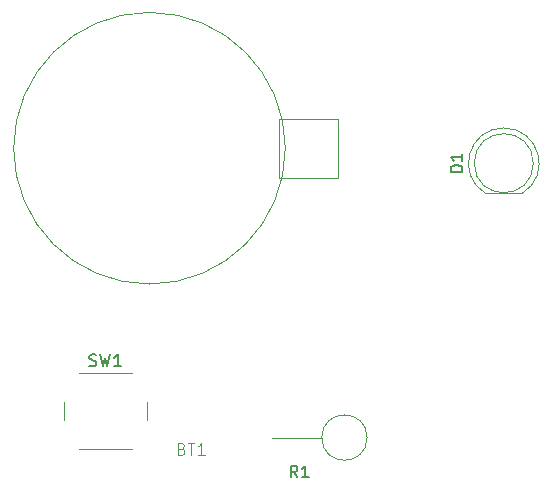
<source format=gbr>
%TF.GenerationSoftware,KiCad,Pcbnew,9.0.6*%
%TF.CreationDate,2025-11-22T10:53:10-06:00*%
%TF.ProjectId,SChematic Drawing,53436865-6d61-4746-9963-204472617769,rev?*%
%TF.SameCoordinates,Original*%
%TF.FileFunction,Legend,Top*%
%TF.FilePolarity,Positive*%
%FSLAX46Y46*%
G04 Gerber Fmt 4.6, Leading zero omitted, Abs format (unit mm)*
G04 Created by KiCad (PCBNEW 9.0.6) date 2025-11-22 10:53:10*
%MOMM*%
%LPD*%
G01*
G04 APERTURE LIST*
%ADD10C,0.150000*%
%ADD11C,0.100000*%
%ADD12C,0.120000*%
G04 APERTURE END LIST*
D10*
X141494819Y-41508094D02*
X140494819Y-41508094D01*
X140494819Y-41508094D02*
X140494819Y-41269999D01*
X140494819Y-41269999D02*
X140542438Y-41127142D01*
X140542438Y-41127142D02*
X140637676Y-41031904D01*
X140637676Y-41031904D02*
X140732914Y-40984285D01*
X140732914Y-40984285D02*
X140923390Y-40936666D01*
X140923390Y-40936666D02*
X141066247Y-40936666D01*
X141066247Y-40936666D02*
X141256723Y-40984285D01*
X141256723Y-40984285D02*
X141351961Y-41031904D01*
X141351961Y-41031904D02*
X141447200Y-41127142D01*
X141447200Y-41127142D02*
X141494819Y-41269999D01*
X141494819Y-41269999D02*
X141494819Y-41508094D01*
X141494819Y-39984285D02*
X141494819Y-40555713D01*
X141494819Y-40269999D02*
X140494819Y-40269999D01*
X140494819Y-40269999D02*
X140637676Y-40365237D01*
X140637676Y-40365237D02*
X140732914Y-40460475D01*
X140732914Y-40460475D02*
X140780533Y-40555713D01*
X109916667Y-57907200D02*
X110059524Y-57954819D01*
X110059524Y-57954819D02*
X110297619Y-57954819D01*
X110297619Y-57954819D02*
X110392857Y-57907200D01*
X110392857Y-57907200D02*
X110440476Y-57859580D01*
X110440476Y-57859580D02*
X110488095Y-57764342D01*
X110488095Y-57764342D02*
X110488095Y-57669104D01*
X110488095Y-57669104D02*
X110440476Y-57573866D01*
X110440476Y-57573866D02*
X110392857Y-57526247D01*
X110392857Y-57526247D02*
X110297619Y-57478628D01*
X110297619Y-57478628D02*
X110107143Y-57431009D01*
X110107143Y-57431009D02*
X110011905Y-57383390D01*
X110011905Y-57383390D02*
X109964286Y-57335771D01*
X109964286Y-57335771D02*
X109916667Y-57240533D01*
X109916667Y-57240533D02*
X109916667Y-57145295D01*
X109916667Y-57145295D02*
X109964286Y-57050057D01*
X109964286Y-57050057D02*
X110011905Y-57002438D01*
X110011905Y-57002438D02*
X110107143Y-56954819D01*
X110107143Y-56954819D02*
X110345238Y-56954819D01*
X110345238Y-56954819D02*
X110488095Y-57002438D01*
X110821429Y-56954819D02*
X111059524Y-57954819D01*
X111059524Y-57954819D02*
X111250000Y-57240533D01*
X111250000Y-57240533D02*
X111440476Y-57954819D01*
X111440476Y-57954819D02*
X111678572Y-56954819D01*
X112583333Y-57954819D02*
X112011905Y-57954819D01*
X112297619Y-57954819D02*
X112297619Y-56954819D01*
X112297619Y-56954819D02*
X112202381Y-57097676D01*
X112202381Y-57097676D02*
X112107143Y-57192914D01*
X112107143Y-57192914D02*
X112011905Y-57240533D01*
X127533333Y-67374819D02*
X127200000Y-66898628D01*
X126961905Y-67374819D02*
X126961905Y-66374819D01*
X126961905Y-66374819D02*
X127342857Y-66374819D01*
X127342857Y-66374819D02*
X127438095Y-66422438D01*
X127438095Y-66422438D02*
X127485714Y-66470057D01*
X127485714Y-66470057D02*
X127533333Y-66565295D01*
X127533333Y-66565295D02*
X127533333Y-66708152D01*
X127533333Y-66708152D02*
X127485714Y-66803390D01*
X127485714Y-66803390D02*
X127438095Y-66851009D01*
X127438095Y-66851009D02*
X127342857Y-66898628D01*
X127342857Y-66898628D02*
X126961905Y-66898628D01*
X128485714Y-67374819D02*
X127914286Y-67374819D01*
X128200000Y-67374819D02*
X128200000Y-66374819D01*
X128200000Y-66374819D02*
X128104762Y-66517676D01*
X128104762Y-66517676D02*
X128009524Y-66612914D01*
X128009524Y-66612914D02*
X127914286Y-66660533D01*
D11*
X117714285Y-64933609D02*
X117857142Y-64981228D01*
X117857142Y-64981228D02*
X117904761Y-65028847D01*
X117904761Y-65028847D02*
X117952380Y-65124085D01*
X117952380Y-65124085D02*
X117952380Y-65266942D01*
X117952380Y-65266942D02*
X117904761Y-65362180D01*
X117904761Y-65362180D02*
X117857142Y-65409800D01*
X117857142Y-65409800D02*
X117761904Y-65457419D01*
X117761904Y-65457419D02*
X117380952Y-65457419D01*
X117380952Y-65457419D02*
X117380952Y-64457419D01*
X117380952Y-64457419D02*
X117714285Y-64457419D01*
X117714285Y-64457419D02*
X117809523Y-64505038D01*
X117809523Y-64505038D02*
X117857142Y-64552657D01*
X117857142Y-64552657D02*
X117904761Y-64647895D01*
X117904761Y-64647895D02*
X117904761Y-64743133D01*
X117904761Y-64743133D02*
X117857142Y-64838371D01*
X117857142Y-64838371D02*
X117809523Y-64885990D01*
X117809523Y-64885990D02*
X117714285Y-64933609D01*
X117714285Y-64933609D02*
X117380952Y-64933609D01*
X118238095Y-64457419D02*
X118809523Y-64457419D01*
X118523809Y-65457419D02*
X118523809Y-64457419D01*
X119666666Y-65457419D02*
X119095238Y-65457419D01*
X119380952Y-65457419D02*
X119380952Y-64457419D01*
X119380952Y-64457419D02*
X119285714Y-64600276D01*
X119285714Y-64600276D02*
X119190476Y-64695514D01*
X119190476Y-64695514D02*
X119095238Y-64743133D01*
D12*
%TO.C,D1*%
X143455000Y-43330000D02*
X146545000Y-43330000D01*
X143455170Y-43330000D02*
G75*
G02*
X145000000Y-37780000I1544830J2560000D01*
G01*
X145000000Y-37780000D02*
G75*
G02*
X146544830Y-43330000I0J-2990000D01*
G01*
X147500000Y-40770000D02*
G75*
G02*
X142500000Y-40770000I-2500000J0D01*
G01*
X142500000Y-40770000D02*
G75*
G02*
X147500000Y-40770000I2500000J0D01*
G01*
%TO.C,SW1*%
X107750000Y-61000000D02*
X107750000Y-62500000D01*
X109000000Y-65000000D02*
X113500000Y-65000000D01*
X113500000Y-58500000D02*
X109000000Y-58500000D01*
X114750000Y-62500000D02*
X114750000Y-61000000D01*
%TO.C,R1*%
X129590000Y-64000000D02*
X125390000Y-64000000D01*
X133430000Y-64000000D02*
G75*
G02*
X129590000Y-64000000I-1920000J0D01*
G01*
X129590000Y-64000000D02*
G75*
G02*
X133430000Y-64000000I1920000J0D01*
G01*
%TO.C,BT1*%
D11*
X126000000Y-37000000D02*
X131000000Y-37000000D01*
X131000000Y-42000000D01*
X126000000Y-42000000D01*
X126000000Y-37000000D01*
X126500000Y-39500000D02*
G75*
G02*
X103500000Y-39500000I-11500000J0D01*
G01*
X103500000Y-39500000D02*
G75*
G02*
X126500000Y-39500000I11500000J0D01*
G01*
%TD*%
M02*

</source>
